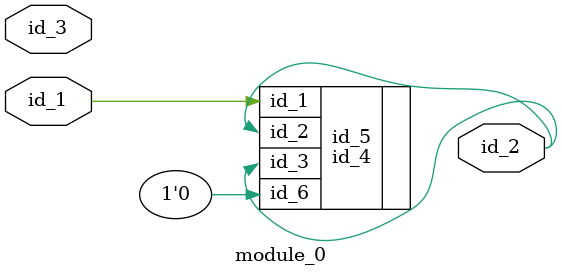
<source format=v>
`timescale 1 ps / 1ps
`define pp_1 0
module module_0 (
    id_1,
    id_2,
    id_3
);
  input id_3;
  output id_2;
  input id_1;
  id_4 id_5 (
      .id_1(id_3),
      .id_1(id_2[id_3]),
      .id_3(id_2),
      .id_1(id_2),
      .id_1(id_1),
      .id_2(id_2),
      .id_6(1'b0)
  );
endmodule

</source>
